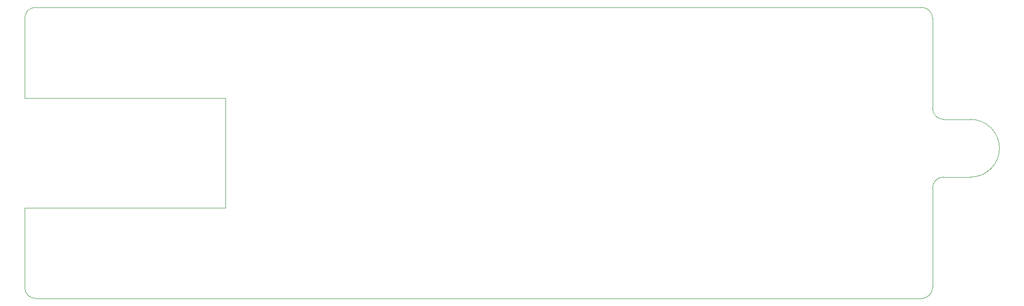
<source format=gm1>
G04 #@! TF.GenerationSoftware,KiCad,Pcbnew,(5.1.5)-3*
G04 #@! TF.CreationDate,2021-03-06T02:15:43+09:00*
G04 #@! TF.ProjectId,Kleine Gherkin,4b6c6569-6e65-4204-9768-65726b696e2e,rev?*
G04 #@! TF.SameCoordinates,Original*
G04 #@! TF.FileFunction,Profile,NP*
%FSLAX46Y46*%
G04 Gerber Fmt 4.6, Leading zero omitted, Abs format (unit mm)*
G04 Created by KiCad (PCBNEW (5.1.5)-3) date 2021-03-06 02:15:43*
%MOMM*%
%LPD*%
G04 APERTURE LIST*
%ADD10C,0.100000*%
G04 APERTURE END LIST*
D10*
X197500000Y-51900000D02*
G75*
G02X195500000Y-49900000I0J2000000D01*
G01*
X195500000Y-64400000D02*
G75*
G02X197500000Y-62400000I2000000J0D01*
G01*
X195500000Y-49900000D02*
X195500000Y-33500000D01*
X202406250Y-51900000D02*
X197500000Y-51900000D01*
X195500000Y-64400000D02*
X195500000Y-82500000D01*
X202406250Y-62400000D02*
X197500000Y-62400000D01*
X202406250Y-51900000D02*
G75*
G02X202406250Y-62400000I0J-5250000D01*
G01*
X30500000Y-33500000D02*
X30500000Y-48000000D01*
X67000000Y-68000000D02*
X30500000Y-68000000D01*
X67000000Y-48000000D02*
X67000000Y-68000000D01*
X30500000Y-48000000D02*
X67000000Y-48000000D01*
X32500000Y-84500000D02*
G75*
G02X30500000Y-82500000I0J2000000D01*
G01*
X30500000Y-33500000D02*
G75*
G02X32500000Y-31500000I2000000J0D01*
G01*
X193500000Y-31500000D02*
G75*
G02X195500000Y-33500000I0J-2000000D01*
G01*
X195500000Y-82500000D02*
G75*
G02X193500000Y-84500000I-2000000J0D01*
G01*
X193500000Y-84500000D02*
X32500000Y-84500000D01*
X30500000Y-68000000D02*
X30500000Y-82500000D01*
X193500000Y-31500000D02*
X32500000Y-31500000D01*
M02*

</source>
